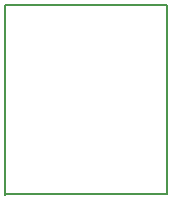
<source format=gko>
%TF.GenerationSoftware,KiCad,Pcbnew,4.0.7*%
%TF.CreationDate,2017-11-15T16:48:18+08:00*%
%TF.ProjectId,MicroUSB,4D6963726F5553422E6B696361645F70,rev?*%
%TF.FileFunction,Profile,NP*%
%FSLAX46Y46*%
G04 Gerber Fmt 4.6, Leading zero omitted, Abs format (unit mm)*
G04 Created by KiCad (PCBNEW 4.0.7) date 11/15/17 16:48:18*
%MOMM*%
%LPD*%
G01*
G04 APERTURE LIST*
%ADD10C,0.100000*%
%ADD11C,0.150000*%
G04 APERTURE END LIST*
D10*
D11*
X1140000Y-16830000D02*
X1140000Y-750000D01*
X14890000Y-16750000D02*
X14890000Y-750000D01*
X1140000Y-16750000D02*
X14890000Y-16750000D01*
X14890000Y-750000D02*
X1140000Y-750000D01*
M02*

</source>
